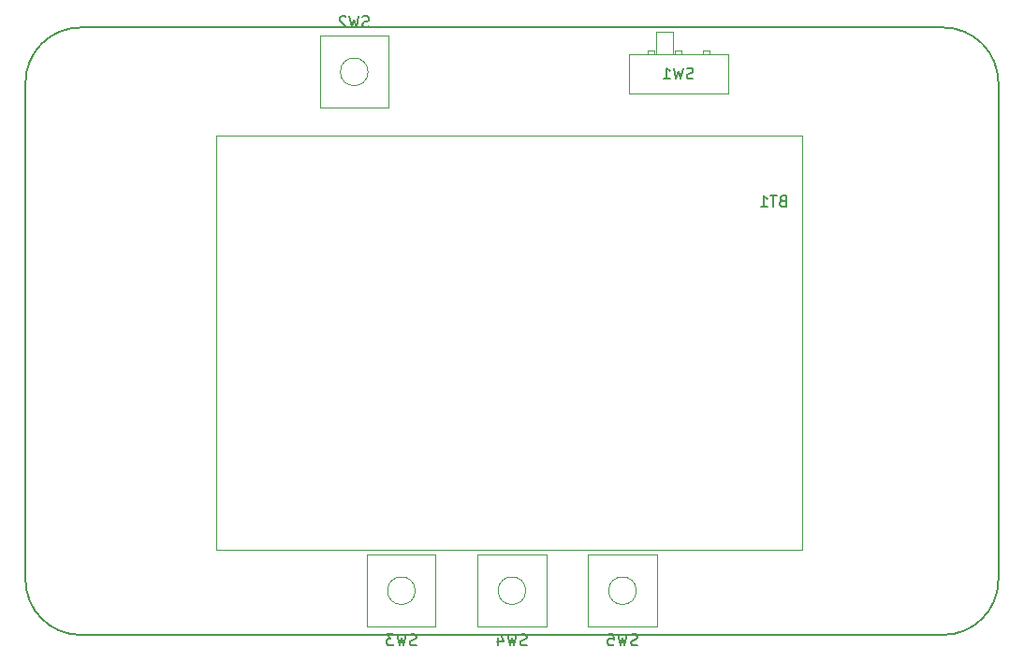
<source format=gbr>
G04 #@! TF.GenerationSoftware,KiCad,Pcbnew,(5.0.2)-1*
G04 #@! TF.CreationDate,2019-03-01T11:01:03+00:00*
G04 #@! TF.ProjectId,PCB_Card,5043425f-4361-4726-942e-6b696361645f,02*
G04 #@! TF.SameCoordinates,PX6ddf710PY7643e10*
G04 #@! TF.FileFunction,Other,Fab,Bot*
%FSLAX46Y46*%
G04 Gerber Fmt 4.6, Leading zero omitted, Abs format (unit mm)*
G04 Created by KiCad (PCBNEW (5.0.2)-1) date 01/03/2019 11:01:03*
%MOMM*%
%LPD*%
G01*
G04 APERTURE LIST*
%ADD10C,0.200000*%
%ADD11C,0.100000*%
%ADD12C,0.150000*%
G04 APERTURE END LIST*
D10*
X87980000Y50010000D02*
X87980000Y5010000D01*
X-20000Y5010000D02*
G75*
G03X4980000Y10000I5000000J0D01*
G01*
X87980000Y5010000D02*
G75*
G02X82980000Y10000I-5000000J0D01*
G01*
X87980000Y50010000D02*
G75*
G03X82980000Y55010000I-5000000J0D01*
G01*
X-20000Y50010000D02*
G75*
G02X4980000Y55010000I5000000J0D01*
G01*
X-20000Y5010000D02*
X-20000Y50010000D01*
X82980000Y10000D02*
X4980000Y10000D01*
X4980000Y55010000D02*
X82980000Y55010000D01*
D11*
G04 #@! TO.C,BT1*
X70270000Y20590000D02*
X70270000Y7690000D01*
X17270000Y20590000D02*
X17270000Y7690000D01*
X70270000Y20590000D02*
X70270000Y32890000D01*
X17270000Y20590000D02*
X17270000Y45190000D01*
X70270000Y7690000D02*
X17270000Y7690000D01*
X70270000Y32890000D02*
X70270000Y45190000D01*
X70270000Y45190000D02*
X17270000Y45190000D01*
G04 #@! TO.C,SW1*
X54535000Y49010000D02*
X63535000Y49010000D01*
X63535000Y49010000D02*
X63535000Y52610000D01*
X63535000Y52610000D02*
X54635000Y52610000D01*
X54635000Y52610000D02*
X54535000Y52610000D01*
X54535000Y52610000D02*
X54535000Y52610000D01*
X54535000Y49010000D02*
X54535000Y52610000D01*
X54535000Y52610000D02*
X54535000Y52610000D01*
X57535000Y52610000D02*
X57535000Y52610000D01*
X59335000Y52610000D02*
X59335000Y52910000D01*
X59335000Y52910000D02*
X58735000Y52910000D01*
X58735000Y52910000D02*
X58735000Y52610000D01*
X58735000Y52610000D02*
X58735000Y52610000D01*
X56835000Y52610000D02*
X56835000Y52910000D01*
X56835000Y52910000D02*
X56235000Y52910000D01*
X56235000Y52910000D02*
X56235000Y52610000D01*
X56235000Y52610000D02*
X56235000Y52610000D01*
X61235000Y52610000D02*
X61235000Y52910000D01*
X61235000Y52910000D02*
X61835000Y52910000D01*
X61835000Y52910000D02*
X61835000Y52610000D01*
X61835000Y52610000D02*
X61835000Y52610000D01*
X58535000Y52610000D02*
X58535000Y54610000D01*
X58535000Y54610000D02*
X57035000Y54610000D01*
X57035000Y54610000D02*
X57035000Y52610000D01*
X57035000Y52610000D02*
X57035000Y52610000D01*
G04 #@! TO.C,SW4*
X40880000Y760000D02*
X47080000Y760000D01*
X47080000Y760000D02*
X47080000Y7260000D01*
X47080000Y7260000D02*
X40880000Y7260000D01*
X40880000Y7260000D02*
X40880000Y760000D01*
X45230000Y4010000D02*
G75*
G03X45230000Y4010000I-1250000J0D01*
G01*
G04 #@! TO.C,SW2*
X30960000Y50990000D02*
G75*
G03X30960000Y50990000I-1250000J0D01*
G01*
X32810000Y47740000D02*
X32810000Y54240000D01*
X26610000Y47740000D02*
X32810000Y47740000D01*
X26610000Y54240000D02*
X26610000Y47740000D01*
X32810000Y54240000D02*
X26610000Y54240000D01*
G04 #@! TO.C,SW3*
X30880000Y760000D02*
X37080000Y760000D01*
X37080000Y760000D02*
X37080000Y7260000D01*
X37080000Y7260000D02*
X30880000Y7260000D01*
X30880000Y7260000D02*
X30880000Y760000D01*
X35230000Y4010000D02*
G75*
G03X35230000Y4010000I-1250000J0D01*
G01*
G04 #@! TO.C,SW5*
X55230000Y4010000D02*
G75*
G03X55230000Y4010000I-1250000J0D01*
G01*
X50880000Y7260000D02*
X50880000Y760000D01*
X57080000Y7260000D02*
X50880000Y7260000D01*
X57080000Y760000D02*
X57080000Y7260000D01*
X50880000Y760000D02*
X57080000Y760000D01*
G04 #@! TD*
G04 #@! TO.C,BT1*
D12*
X68455714Y39311429D02*
X68312857Y39263810D01*
X68265238Y39216191D01*
X68217619Y39120953D01*
X68217619Y38978096D01*
X68265238Y38882858D01*
X68312857Y38835239D01*
X68408095Y38787620D01*
X68789047Y38787620D01*
X68789047Y39787620D01*
X68455714Y39787620D01*
X68360476Y39740000D01*
X68312857Y39692381D01*
X68265238Y39597143D01*
X68265238Y39501905D01*
X68312857Y39406667D01*
X68360476Y39359048D01*
X68455714Y39311429D01*
X68789047Y39311429D01*
X67931904Y39787620D02*
X67360476Y39787620D01*
X67646190Y38787620D02*
X67646190Y39787620D01*
X66503333Y38787620D02*
X67074761Y38787620D01*
X66789047Y38787620D02*
X66789047Y39787620D01*
X66884285Y39644762D01*
X66979523Y39549524D01*
X67074761Y39501905D01*
G04 #@! TO.C,SW1*
X60368333Y50405239D02*
X60225476Y50357620D01*
X59987380Y50357620D01*
X59892142Y50405239D01*
X59844523Y50452858D01*
X59796904Y50548096D01*
X59796904Y50643334D01*
X59844523Y50738572D01*
X59892142Y50786191D01*
X59987380Y50833810D01*
X60177857Y50881429D01*
X60273095Y50929048D01*
X60320714Y50976667D01*
X60368333Y51071905D01*
X60368333Y51167143D01*
X60320714Y51262381D01*
X60273095Y51310000D01*
X60177857Y51357620D01*
X59939761Y51357620D01*
X59796904Y51310000D01*
X59463571Y51357620D02*
X59225476Y50357620D01*
X59035000Y51071905D01*
X58844523Y50357620D01*
X58606428Y51357620D01*
X57701666Y50357620D02*
X58273095Y50357620D01*
X57987380Y50357620D02*
X57987380Y51357620D01*
X58082619Y51214762D01*
X58177857Y51119524D01*
X58273095Y51071905D01*
G04 #@! TO.C,SW4*
X45313333Y-894761D02*
X45170476Y-942380D01*
X44932380Y-942380D01*
X44837142Y-894761D01*
X44789523Y-847142D01*
X44741904Y-751904D01*
X44741904Y-656666D01*
X44789523Y-561428D01*
X44837142Y-513809D01*
X44932380Y-466190D01*
X45122857Y-418571D01*
X45218095Y-370952D01*
X45265714Y-323333D01*
X45313333Y-228095D01*
X45313333Y-132857D01*
X45265714Y-37619D01*
X45218095Y10000D01*
X45122857Y57620D01*
X44884761Y57620D01*
X44741904Y10000D01*
X44408571Y57620D02*
X44170476Y-942380D01*
X43980000Y-228095D01*
X43789523Y-942380D01*
X43551428Y57620D01*
X42741904Y-275714D02*
X42741904Y-942380D01*
X42980000Y105239D02*
X43218095Y-609047D01*
X42599047Y-609047D01*
G04 #@! TO.C,SW2*
X31043333Y55085239D02*
X30900476Y55037620D01*
X30662380Y55037620D01*
X30567142Y55085239D01*
X30519523Y55132858D01*
X30471904Y55228096D01*
X30471904Y55323334D01*
X30519523Y55418572D01*
X30567142Y55466191D01*
X30662380Y55513810D01*
X30852857Y55561429D01*
X30948095Y55609048D01*
X30995714Y55656667D01*
X31043333Y55751905D01*
X31043333Y55847143D01*
X30995714Y55942381D01*
X30948095Y55990000D01*
X30852857Y56037620D01*
X30614761Y56037620D01*
X30471904Y55990000D01*
X30138571Y56037620D02*
X29900476Y55037620D01*
X29710000Y55751905D01*
X29519523Y55037620D01*
X29281428Y56037620D01*
X28948095Y55942381D02*
X28900476Y55990000D01*
X28805238Y56037620D01*
X28567142Y56037620D01*
X28471904Y55990000D01*
X28424285Y55942381D01*
X28376666Y55847143D01*
X28376666Y55751905D01*
X28424285Y55609048D01*
X28995714Y55037620D01*
X28376666Y55037620D01*
G04 #@! TO.C,SW3*
X35313333Y-894761D02*
X35170476Y-942380D01*
X34932380Y-942380D01*
X34837142Y-894761D01*
X34789523Y-847142D01*
X34741904Y-751904D01*
X34741904Y-656666D01*
X34789523Y-561428D01*
X34837142Y-513809D01*
X34932380Y-466190D01*
X35122857Y-418571D01*
X35218095Y-370952D01*
X35265714Y-323333D01*
X35313333Y-228095D01*
X35313333Y-132857D01*
X35265714Y-37619D01*
X35218095Y10000D01*
X35122857Y57620D01*
X34884761Y57620D01*
X34741904Y10000D01*
X34408571Y57620D02*
X34170476Y-942380D01*
X33980000Y-228095D01*
X33789523Y-942380D01*
X33551428Y57620D01*
X33265714Y57620D02*
X32646666Y57620D01*
X32980000Y-323333D01*
X32837142Y-323333D01*
X32741904Y-370952D01*
X32694285Y-418571D01*
X32646666Y-513809D01*
X32646666Y-751904D01*
X32694285Y-847142D01*
X32741904Y-894761D01*
X32837142Y-942380D01*
X33122857Y-942380D01*
X33218095Y-894761D01*
X33265714Y-847142D01*
G04 #@! TO.C,SW5*
X55313333Y-894761D02*
X55170476Y-942380D01*
X54932380Y-942380D01*
X54837142Y-894761D01*
X54789523Y-847142D01*
X54741904Y-751904D01*
X54741904Y-656666D01*
X54789523Y-561428D01*
X54837142Y-513809D01*
X54932380Y-466190D01*
X55122857Y-418571D01*
X55218095Y-370952D01*
X55265714Y-323333D01*
X55313333Y-228095D01*
X55313333Y-132857D01*
X55265714Y-37619D01*
X55218095Y10000D01*
X55122857Y57620D01*
X54884761Y57620D01*
X54741904Y10000D01*
X54408571Y57620D02*
X54170476Y-942380D01*
X53980000Y-228095D01*
X53789523Y-942380D01*
X53551428Y57620D01*
X52694285Y57620D02*
X53170476Y57620D01*
X53218095Y-418571D01*
X53170476Y-370952D01*
X53075238Y-323333D01*
X52837142Y-323333D01*
X52741904Y-370952D01*
X52694285Y-418571D01*
X52646666Y-513809D01*
X52646666Y-751904D01*
X52694285Y-847142D01*
X52741904Y-894761D01*
X52837142Y-942380D01*
X53075238Y-942380D01*
X53170476Y-894761D01*
X53218095Y-847142D01*
G04 #@! TD*
M02*

</source>
